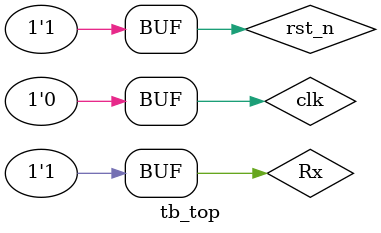
<source format=v>
`timescale 10ps/1ps
module tb_top();

    reg clk, rst_n, Rx;
    wire Tx, parity_err, frame_err, tx_ready;

    loopback_top duv (
        .clk(clk),
        .rst_n(rst_n),
        .Rx(Rx),
        .Tx(Tx),
        .parity_err(parity_err),
        .frame_err(frame_err),
        .tx_ready(tx_ready)
    );

    initial begin
        clk = 0;
        repeat(16000) #10 clk = ~clk;
    end

    initial begin
        rst_n = 1;
        #10 rst_n = 0;
	    #20 rst_n = 1;
    end

    // Init Rx
    initial begin
        Rx = 1'b1;
        // Frame 1
        #900 Rx = 1'b0;
        #3200 Rx = 1'b1;
        #3200 Rx = 1'b0;
        #3200 Rx = 1'b0;
        #3200 Rx = 1'b1;
        #3200 Rx = 1'b0;
        #3200 Rx = 1'b1;
        #3200 Rx = 1'b1;
        #3200 Rx = 1'b0;
        #3200 Rx = 1'b0;
        #3200 Rx = 1'b1;
        // Frame 2
        #3200 Rx = 1'b0;
        #3200 Rx = 1'b1;
        #3200 Rx = 1'b1;
        #3200 Rx = 1'b1;
        #3200 Rx = 1'b1;
        #3200 Rx = 1'b0;
        #3200 Rx = 1'b0;
        #3200 Rx = 1'b1;
        #3200 Rx = 1'b1;
        #3200 Rx = 1'b0;
        #3200 Rx = 1'b1;
        // Frame 3
        #3200 Rx = 1'b0;
        #3200 Rx = 1'b0;
        #3200 Rx = 1'b0;
        #3200 Rx = 1'b0;
        #3200 Rx = 1'b0;
        #3200 Rx = 1'b1;
        #3200 Rx = 1'b0;
        #3200 Rx = 1'b1;
        #3200 Rx = 1'b1;
        #3200 Rx = 1'b1;
        #3200 Rx = 1'b1;
        #3200;
    end

endmodule
</source>
